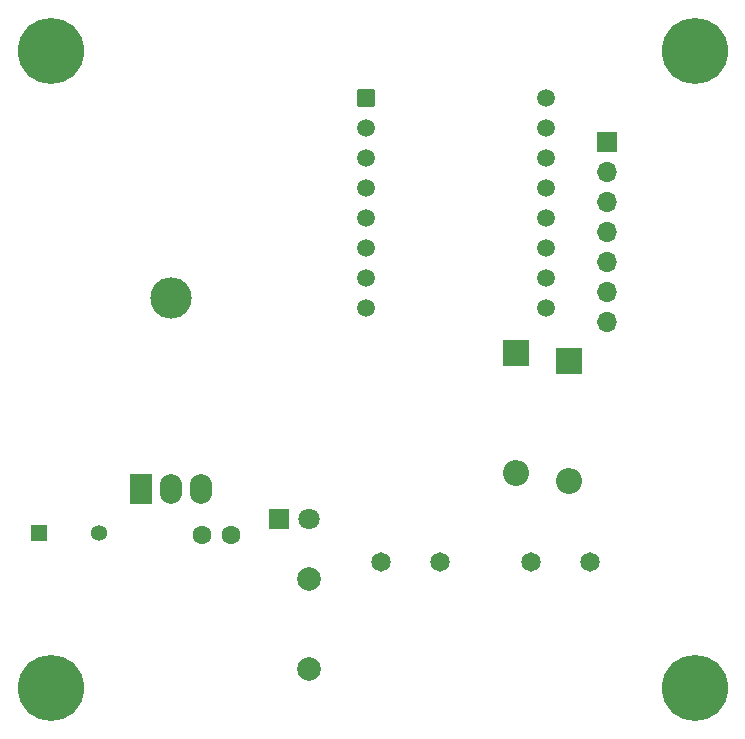
<source format=gbr>
%TF.GenerationSoftware,KiCad,Pcbnew,7.0.9*%
%TF.CreationDate,2025-09-04T13:27:59+02:00*%
%TF.ProjectId,Kicad_Projet_Sons_HW896_V1,4b696361-645f-4507-926f-6a65745f536f,rev?*%
%TF.SameCoordinates,Original*%
%TF.FileFunction,Soldermask,Bot*%
%TF.FilePolarity,Negative*%
%FSLAX46Y46*%
G04 Gerber Fmt 4.6, Leading zero omitted, Abs format (unit mm)*
G04 Created by KiCad (PCBNEW 7.0.9) date 2025-09-04 13:27:59*
%MOMM*%
%LPD*%
G01*
G04 APERTURE LIST*
G04 Aperture macros list*
%AMRoundRect*
0 Rectangle with rounded corners*
0 $1 Rounding radius*
0 $2 $3 $4 $5 $6 $7 $8 $9 X,Y pos of 4 corners*
0 Add a 4 corners polygon primitive as box body*
4,1,4,$2,$3,$4,$5,$6,$7,$8,$9,$2,$3,0*
0 Add four circle primitives for the rounded corners*
1,1,$1+$1,$2,$3*
1,1,$1+$1,$4,$5*
1,1,$1+$1,$6,$7*
1,1,$1+$1,$8,$9*
0 Add four rect primitives between the rounded corners*
20,1,$1+$1,$2,$3,$4,$5,0*
20,1,$1+$1,$4,$5,$6,$7,0*
20,1,$1+$1,$6,$7,$8,$9,0*
20,1,$1+$1,$8,$9,$2,$3,0*%
G04 Aperture macros list end*
%ADD10C,5.600000*%
%ADD11R,1.800000X1.800000*%
%ADD12C,1.800000*%
%ADD13C,1.600000*%
%ADD14C,2.000000*%
%ADD15R,1.357000X1.357000*%
%ADD16C,1.357000*%
%ADD17R,2.200000X2.200000*%
%ADD18O,2.200000X2.200000*%
%ADD19R,1.700000X1.700000*%
%ADD20O,1.700000X1.700000*%
%ADD21C,1.650000*%
%ADD22RoundRect,0.102000X-0.654000X-0.654000X0.654000X-0.654000X0.654000X0.654000X-0.654000X0.654000X0*%
%ADD23C,1.512000*%
%ADD24O,3.500000X3.500000*%
%ADD25R,1.900000X2.500000*%
%ADD26O,1.900000X2.500000*%
G04 APERTURE END LIST*
D10*
%TO.C,REF\u002A\u002A*%
X173800000Y-104600000D03*
%TD*%
D11*
%TO.C,D3*%
X138660000Y-90280000D03*
D12*
X141200000Y-90280000D03*
%TD*%
D13*
%TO.C,C3*%
X132090000Y-91600000D03*
X134590000Y-91600000D03*
%TD*%
D14*
%TO.C,R1*%
X141200000Y-102980000D03*
X141200000Y-95360000D03*
%TD*%
D15*
%TO.C,C1*%
X118340000Y-91450000D03*
D16*
X123420000Y-91450000D03*
%TD*%
D10*
%TO.C,REF\u002A\u002A*%
X173800000Y-50600000D03*
%TD*%
D17*
%TO.C,D1*%
X158720000Y-76210000D03*
D18*
X158720000Y-86370000D03*
%TD*%
D19*
%TO.C,J10*%
X166400000Y-58320000D03*
D20*
X166400000Y-60860000D03*
X166400000Y-63400000D03*
X166400000Y-65940000D03*
X166400000Y-68480000D03*
X166400000Y-71020000D03*
X166400000Y-73560000D03*
%TD*%
D21*
%TO.C,J1*%
X152290000Y-93900000D03*
X147290000Y-93900000D03*
%TD*%
D17*
%TO.C,D2*%
X163165000Y-76845000D03*
D18*
X163165000Y-87005000D03*
%TD*%
D10*
%TO.C,REF\u002A\u002A*%
X119300000Y-50600000D03*
%TD*%
D21*
%TO.C,J2*%
X164990000Y-93900000D03*
X159990000Y-93900000D03*
%TD*%
D22*
%TO.C,U2*%
X146020000Y-54620000D03*
D23*
X146020000Y-57160000D03*
X146020000Y-59700000D03*
X146020000Y-62240000D03*
X146020000Y-64780000D03*
X146020000Y-67320000D03*
X146020000Y-69860000D03*
X146020000Y-72400000D03*
X161260000Y-72400000D03*
X161260000Y-69860000D03*
X161260000Y-67320000D03*
X161260000Y-64780000D03*
X161260000Y-62240000D03*
X161260000Y-59700000D03*
X161260000Y-57160000D03*
X161260000Y-54620000D03*
%TD*%
D10*
%TO.C,REF\u002A\u002A*%
X119300000Y-104600000D03*
%TD*%
D24*
%TO.C,U1*%
X129510000Y-71540000D03*
D25*
X126970000Y-87740000D03*
D26*
X129510000Y-87740000D03*
X132050000Y-87740000D03*
%TD*%
M02*

</source>
